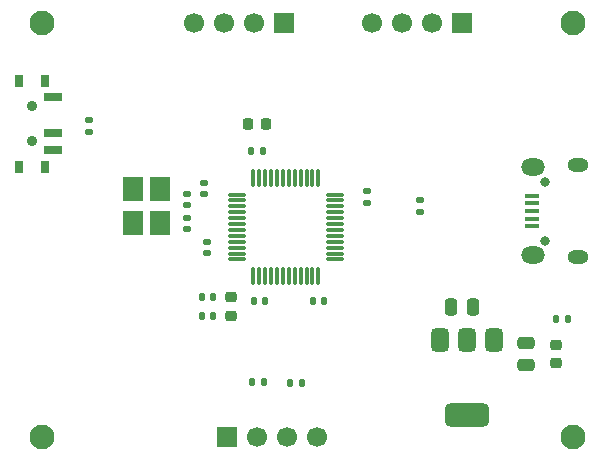
<source format=gbr>
%TF.GenerationSoftware,KiCad,Pcbnew,9.0.1*%
%TF.CreationDate,2025-06-08T22:19:25+02:00*%
%TF.ProjectId,STM32_Custom_Board,53544d33-325f-4437-9573-746f6d5f426f,rev?*%
%TF.SameCoordinates,Original*%
%TF.FileFunction,Soldermask,Top*%
%TF.FilePolarity,Negative*%
%FSLAX46Y46*%
G04 Gerber Fmt 4.6, Leading zero omitted, Abs format (unit mm)*
G04 Created by KiCad (PCBNEW 9.0.1) date 2025-06-08 22:19:25*
%MOMM*%
%LPD*%
G01*
G04 APERTURE LIST*
G04 Aperture macros list*
%AMRoundRect*
0 Rectangle with rounded corners*
0 $1 Rounding radius*
0 $2 $3 $4 $5 $6 $7 $8 $9 X,Y pos of 4 corners*
0 Add a 4 corners polygon primitive as box body*
4,1,4,$2,$3,$4,$5,$6,$7,$8,$9,$2,$3,0*
0 Add four circle primitives for the rounded corners*
1,1,$1+$1,$2,$3*
1,1,$1+$1,$4,$5*
1,1,$1+$1,$6,$7*
1,1,$1+$1,$8,$9*
0 Add four rect primitives between the rounded corners*
20,1,$1+$1,$2,$3,$4,$5,0*
20,1,$1+$1,$4,$5,$6,$7,0*
20,1,$1+$1,$6,$7,$8,$9,0*
20,1,$1+$1,$8,$9,$2,$3,0*%
G04 Aperture macros list end*
%ADD10RoundRect,0.375000X-0.375000X0.625000X-0.375000X-0.625000X0.375000X-0.625000X0.375000X0.625000X0*%
%ADD11RoundRect,0.500000X-1.400000X0.500000X-1.400000X-0.500000X1.400000X-0.500000X1.400000X0.500000X0*%
%ADD12RoundRect,0.250000X-0.250000X-0.475000X0.250000X-0.475000X0.250000X0.475000X-0.250000X0.475000X0*%
%ADD13C,2.100000*%
%ADD14RoundRect,0.140000X0.170000X-0.140000X0.170000X0.140000X-0.170000X0.140000X-0.170000X-0.140000X0*%
%ADD15RoundRect,0.140000X-0.170000X0.140000X-0.170000X-0.140000X0.170000X-0.140000X0.170000X0.140000X0*%
%ADD16R,1.700000X1.700000*%
%ADD17C,1.700000*%
%ADD18RoundRect,0.135000X0.135000X0.185000X-0.135000X0.185000X-0.135000X-0.185000X0.135000X-0.185000X0*%
%ADD19RoundRect,0.140000X0.140000X0.170000X-0.140000X0.170000X-0.140000X-0.170000X0.140000X-0.170000X0*%
%ADD20RoundRect,0.250000X0.475000X-0.250000X0.475000X0.250000X-0.475000X0.250000X-0.475000X-0.250000X0*%
%ADD21RoundRect,0.225000X-0.225000X-0.250000X0.225000X-0.250000X0.225000X0.250000X-0.225000X0.250000X0*%
%ADD22O,0.800000X0.800000*%
%ADD23R,1.300000X0.450000*%
%ADD24O,1.800000X1.150000*%
%ADD25O,2.000000X1.450000*%
%ADD26RoundRect,0.135000X-0.135000X-0.185000X0.135000X-0.185000X0.135000X0.185000X-0.135000X0.185000X0*%
%ADD27RoundRect,0.075000X-0.662500X-0.075000X0.662500X-0.075000X0.662500X0.075000X-0.662500X0.075000X0*%
%ADD28RoundRect,0.075000X-0.075000X-0.662500X0.075000X-0.662500X0.075000X0.662500X-0.075000X0.662500X0*%
%ADD29R,1.800000X2.100000*%
%ADD30RoundRect,0.140000X-0.140000X-0.170000X0.140000X-0.170000X0.140000X0.170000X-0.140000X0.170000X0*%
%ADD31RoundRect,0.135000X0.185000X-0.135000X0.185000X0.135000X-0.185000X0.135000X-0.185000X-0.135000X0*%
%ADD32RoundRect,0.135000X-0.185000X0.135000X-0.185000X-0.135000X0.185000X-0.135000X0.185000X0.135000X0*%
%ADD33RoundRect,0.218750X-0.256250X0.218750X-0.256250X-0.218750X0.256250X-0.218750X0.256250X0.218750X0*%
%ADD34R,0.800000X1.000000*%
%ADD35C,0.900000*%
%ADD36R,1.500000X0.700000*%
G04 APERTURE END LIST*
D10*
%TO.C,U1*%
X109300000Y-86350000D03*
X107000000Y-86350000D03*
D11*
X107000000Y-92650000D03*
D10*
X104700000Y-86350000D03*
%TD*%
D12*
%TO.C,C1*%
X105600000Y-83500000D03*
X107500000Y-83500000D03*
%TD*%
D13*
%TO.C,H1*%
X71000000Y-94500000D03*
%TD*%
D14*
%TO.C,C8*%
X85000000Y-78980000D03*
X85000000Y-78020000D03*
%TD*%
D15*
%TO.C,C6*%
X98500000Y-73720000D03*
X98500000Y-74680000D03*
%TD*%
D13*
%TO.C,H4*%
X116000000Y-59500000D03*
%TD*%
D16*
%TO.C,J3*%
X91540000Y-59500000D03*
D17*
X89000000Y-59500000D03*
X86460000Y-59500000D03*
X83920000Y-59500000D03*
%TD*%
D18*
%TO.C,R5*%
X93000000Y-90000000D03*
X91980000Y-90000000D03*
%TD*%
D19*
%TO.C,C10*%
X85480000Y-84300000D03*
X84520000Y-84300000D03*
%TD*%
%TO.C,C9*%
X85480000Y-82700000D03*
X84520000Y-82700000D03*
%TD*%
D20*
%TO.C,C2*%
X112000000Y-88450000D03*
X112000000Y-86550000D03*
%TD*%
D21*
%TO.C,C3*%
X88425000Y-68000000D03*
X89975000Y-68000000D03*
%TD*%
D22*
%TO.C,J1*%
X113600000Y-77900000D03*
X113600000Y-72900000D03*
D23*
X112500000Y-76700000D03*
X112500000Y-76050000D03*
X112500000Y-75400000D03*
X112500000Y-74750000D03*
X112500000Y-74100000D03*
D24*
X116350000Y-79275000D03*
D25*
X112550000Y-79125000D03*
X112550000Y-71675000D03*
D24*
X116350000Y-71525000D03*
%TD*%
D26*
%TO.C,R1*%
X114490000Y-84500000D03*
X115510000Y-84500000D03*
%TD*%
%TO.C,R4*%
X88790000Y-89900000D03*
X89810000Y-89900000D03*
%TD*%
D16*
%TO.C,J2*%
X106580000Y-59500000D03*
D17*
X104040000Y-59500000D03*
X101500000Y-59500000D03*
X98960000Y-59500000D03*
%TD*%
D27*
%TO.C,U2*%
X87500000Y-74000000D03*
X87500000Y-74500000D03*
X87500000Y-75000000D03*
X87500000Y-75500000D03*
X87500000Y-76000000D03*
X87500000Y-76500000D03*
X87500000Y-77000000D03*
X87500000Y-77500000D03*
X87500000Y-78000000D03*
X87500000Y-78500000D03*
X87500000Y-79000000D03*
X87500000Y-79500000D03*
D28*
X88912500Y-80912500D03*
X89412500Y-80912500D03*
X89912500Y-80912500D03*
X90412500Y-80912500D03*
X90912500Y-80912500D03*
X91412500Y-80912500D03*
X91912500Y-80912500D03*
X92412500Y-80912500D03*
X92912500Y-80912500D03*
X93412500Y-80912500D03*
X93912500Y-80912500D03*
X94412500Y-80912500D03*
D27*
X95825000Y-79500000D03*
X95825000Y-79000000D03*
X95825000Y-78500000D03*
X95825000Y-78000000D03*
X95825000Y-77500000D03*
X95825000Y-77000000D03*
X95825000Y-76500000D03*
X95825000Y-76000000D03*
X95825000Y-75500000D03*
X95825000Y-75000000D03*
X95825000Y-74500000D03*
X95825000Y-74000000D03*
D28*
X94412500Y-72587500D03*
X93912500Y-72587500D03*
X93412500Y-72587500D03*
X92912500Y-72587500D03*
X92412500Y-72587500D03*
X91912500Y-72587500D03*
X91412500Y-72587500D03*
X90912500Y-72587500D03*
X90412500Y-72587500D03*
X89912500Y-72587500D03*
X89412500Y-72587500D03*
X88912500Y-72587500D03*
%TD*%
D13*
%TO.C,H3*%
X71000000Y-59500000D03*
%TD*%
%TO.C,H2*%
X116000000Y-94500000D03*
%TD*%
D14*
%TO.C,C13*%
X83250000Y-76930000D03*
X83250000Y-75970000D03*
%TD*%
D16*
%TO.C,J4*%
X86690000Y-94500000D03*
D17*
X89230000Y-94500000D03*
X91770000Y-94500000D03*
X94310000Y-94500000D03*
%TD*%
D29*
%TO.C,Y1*%
X78700000Y-73550000D03*
X78700000Y-76450000D03*
X81000000Y-76450000D03*
X81000000Y-73550000D03*
%TD*%
D14*
%TO.C,C12*%
X83250000Y-74930000D03*
X83250000Y-73970000D03*
%TD*%
D30*
%TO.C,C11*%
X88920000Y-83050000D03*
X89880000Y-83050000D03*
%TD*%
D14*
%TO.C,C4*%
X84750000Y-73980000D03*
X84750000Y-73020000D03*
%TD*%
D31*
%TO.C,R2*%
X75000000Y-68710000D03*
X75000000Y-67690000D03*
%TD*%
D32*
%TO.C,R3*%
X103000000Y-74440000D03*
X103000000Y-75460000D03*
%TD*%
D30*
%TO.C,C7*%
X88720000Y-70300000D03*
X89680000Y-70300000D03*
%TD*%
D33*
%TO.C,D1*%
X114500000Y-86712500D03*
X114500000Y-88287500D03*
%TD*%
%TO.C,FB1*%
X87000000Y-82712500D03*
X87000000Y-84287500D03*
%TD*%
D19*
%TO.C,C5*%
X94880000Y-83000000D03*
X93920000Y-83000000D03*
%TD*%
D34*
%TO.C,SW1*%
X71280000Y-64350000D03*
X69070000Y-64350000D03*
D35*
X70170000Y-66500000D03*
X70170000Y-69500000D03*
D34*
X71280000Y-71650000D03*
X69070000Y-71650000D03*
D36*
X71930000Y-65750000D03*
X71930000Y-68750000D03*
X71930000Y-70250000D03*
%TD*%
M02*

</source>
